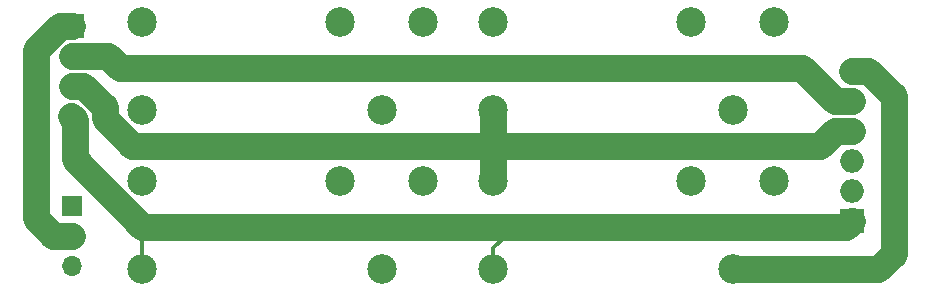
<source format=gbr>
G04 #@! TF.FileFunction,Copper,L1,Top,Signal*
%FSLAX46Y46*%
G04 Gerber Fmt 4.6, Leading zero omitted, Abs format (unit mm)*
G04 Created by KiCad (PCBNEW 4.0.7) date 02/15/19 15:45:41*
%MOMM*%
%LPD*%
G01*
G04 APERTURE LIST*
%ADD10C,0.100000*%
%ADD11R,1.700000X1.700000*%
%ADD12O,1.700000X1.700000*%
%ADD13C,2.500000*%
%ADD14O,1.998980X1.998980*%
%ADD15R,1.998980X1.998980*%
%ADD16C,2.300000*%
%ADD17C,0.300000*%
G04 APERTURE END LIST*
D10*
D11*
X119380000Y-93980000D03*
D12*
X119380000Y-96520000D03*
X119380000Y-99060000D03*
D13*
X125336000Y-85919000D03*
X125336000Y-78419000D03*
X145636000Y-85919000D03*
X149136000Y-78419000D03*
X142136000Y-78419000D03*
X125336000Y-99381000D03*
X125336000Y-91881000D03*
X145636000Y-99381000D03*
X149136000Y-91881000D03*
X142136000Y-91881000D03*
X155054000Y-85919000D03*
X155054000Y-78419000D03*
X175354000Y-85919000D03*
X178854000Y-78419000D03*
X171854000Y-78419000D03*
X155054000Y-99381000D03*
X155054000Y-91881000D03*
X175354000Y-99381000D03*
X178854000Y-91881000D03*
X171854000Y-91881000D03*
D14*
X119380000Y-86360000D03*
D15*
X119380000Y-78740000D03*
D14*
X119380000Y-81280000D03*
X119380000Y-83820000D03*
X185420000Y-87630000D03*
D15*
X185420000Y-95250000D03*
D14*
X185420000Y-92710000D03*
X185420000Y-90170000D03*
X185420000Y-85090000D03*
X185420000Y-82550000D03*
D16*
X119380000Y-78740000D02*
X118384452Y-78740000D01*
X118384452Y-78740000D02*
X116332000Y-80792452D01*
X116332000Y-80792452D02*
X116332000Y-95062002D01*
X116332000Y-95062002D02*
X117789998Y-96520000D01*
X118177919Y-96520000D02*
X119380000Y-96520000D01*
X117789998Y-96520000D02*
X118177919Y-96520000D01*
X188976000Y-98044000D02*
X188976000Y-84692508D01*
X188976000Y-84692508D02*
X186833492Y-82550000D01*
X186833492Y-82550000D02*
X185420000Y-82550000D01*
X187639000Y-99381000D02*
X188976000Y-98044000D01*
X175354000Y-99381000D02*
X187639000Y-99381000D01*
X123444000Y-82296000D02*
X181212508Y-82296000D01*
X181212508Y-82296000D02*
X184006508Y-85090000D01*
X184006508Y-85090000D02*
X185420000Y-85090000D01*
X122428000Y-81280000D02*
X123444000Y-82296000D01*
X119380000Y-81280000D02*
X122428000Y-81280000D01*
X124468998Y-88900000D02*
X155308000Y-88900000D01*
X122174000Y-85676752D02*
X122174000Y-86605002D01*
X122174000Y-86605002D02*
X124468998Y-88900000D01*
X119380000Y-83820000D02*
X120317248Y-83820000D01*
X120317248Y-83820000D02*
X122174000Y-85676752D01*
X155054000Y-85919000D02*
X155054000Y-89154000D01*
X155054000Y-89154000D02*
X155054000Y-91881000D01*
X182736508Y-88900000D02*
X155308000Y-88900000D01*
X155308000Y-88900000D02*
X155054000Y-89154000D01*
X185420000Y-87630000D02*
X184006508Y-87630000D01*
X184006508Y-87630000D02*
X182736508Y-88900000D01*
X184912000Y-95758000D02*
X157988000Y-95758000D01*
D17*
X156909234Y-95758000D02*
X157988000Y-95758000D01*
D16*
X157988000Y-95758000D02*
X125364998Y-95758000D01*
D17*
X155054000Y-99381000D02*
X155054000Y-97613234D01*
X155054000Y-97613234D02*
X156909234Y-95758000D01*
X125336000Y-99381000D02*
X125336000Y-97613234D01*
X125336000Y-97613234D02*
X125364998Y-97584236D01*
X125364998Y-97584236D02*
X125364998Y-95758000D01*
D16*
X185420000Y-95250000D02*
X184912000Y-95758000D01*
X125364998Y-95758000D02*
X119673991Y-90066993D01*
X119673991Y-86712291D02*
X119350850Y-86389150D01*
X119673991Y-90066993D02*
X119673991Y-86712291D01*
M02*

</source>
